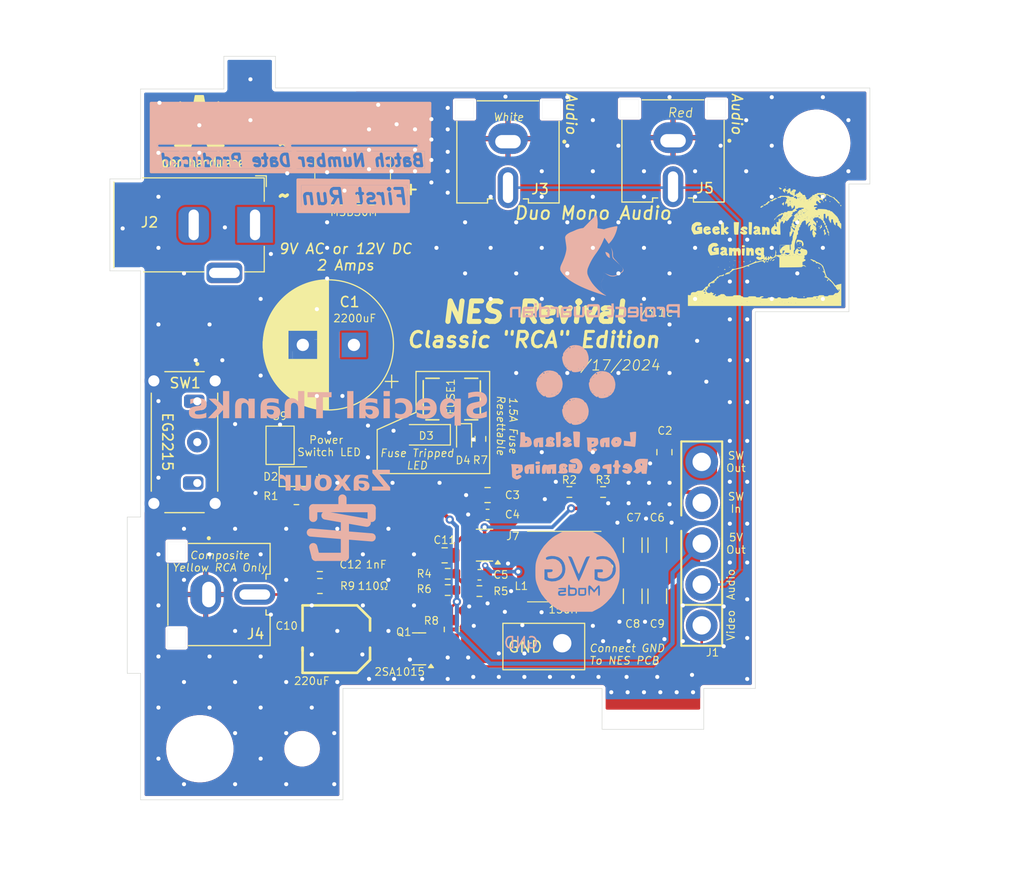
<source format=kicad_pcb>
(kicad_pcb (version 20240108) (generator "pcbnew") (generator_version "8.0")
  (layers (0 "F.Cu" signal) (1 "In1.Cu" signal) (2 "In2.Cu" signal) (31 "B.Cu" signal) (34 "B.Paste" user) (35 "F.Paste" user) (36 "B.SilkS" user "B.Silkscreen") (37 "F.SilkS" user "F.Silkscreen") (38 "B.Mask" user) (39 "F.Mask" user) (44 "Edge.Cuts" user))
  (net 0 "")
  (net 1 "5V Out")
  (net 2 "Net-(D2-Pad2)")
  (net 3 "GND")
  (net 4 "Video In")
  (net 5 "9VIn")
  (net 6 "9VOut")
  (net 7 "SW")
  (net 8 "EN")
  (net 9 "A")
  (net 10 "AC")
  (net 11 "AC2")
  (net 12 "BOOT")
  (net 13 "FB")
  (net 14 "MX")
  (net 15 "GNDD")
  (net 16 "9VOut2")
  (net 17 "V5")
  (net 18 "RCA_Video")
  (net 19 "Vid_In")
  (net 20 "ICC4")
  (footprint "Resistor_SMD:R_0603_1608Metric" (layer "F.Cu") (at 120.8 121.9 180)
    (property "Reference" "R4")
    (property "Value" "100K" (hide yes))
  )
  (footprint "Merlin:SolderJumper-2_P1.3mm_Open_TrianglePad1.0x1.5mm" (layer "F.Cu") (at 104.4 109.4 90)
    (property "Reference" "JP1" (hide yes))
    (property "Value" "Jump" (hide yes))
  )
  (footprint "Capacitor_SMD:C_0603_1608Metric" (layer "F.Cu") (at 124.7 116.1 180)
    (property "Reference" "C4")
    (property "Value" ".1uF")
  )
  (footprint "Merlin:NESHole2" (layer "F.Cu") (at 106.55 139.03)
    (property "Reference" "REF**" (hide yes))
    (property "Value" "NESHole2")
  )
  (footprint "Resistor_SMD:R_0603_1608Metric" (layer "F.Cu") (at 123.9 123.6)
    (property "Reference" "R5")
    (property "Value" "13.3K" (hide yes))
  )
  (footprint "Resistor_SMD:R_0805_2012Metric" (layer "F.Cu") (at 108.3 123.1)
    (property "Reference" "R9")
    (property "Value" "110R")
  )
  (footprint "LED_SMD:LED_0603_1608Metric" (layer "F.Cu") (at 122.4 108.7 -90)
    (property "Reference" "D4")
    (property "Value" "Power LED")
  )
  (footprint "Resistor_SMD:R_0805_2012Metric" (layer "F.Cu") (at 106 114.4)
    (property "Reference" "R1")
    (property "Value" "4,7K")
  )
  (footprint "Merlin:MSB30M" (layer "F.Cu") (at 107.8 82.45 -90)
    (property "Reference" "D1")
    (property "Value" "MSB30M")
  )
  (footprint "Merlin:GeekIsland2" (layer "F.Cu") (at 151.8 89.7)
    (property "Reference" "G***" (hide yes))
    (property "Value" "LOGO" (hide yes))
  )
  (footprint "Capacitor_SMD:C_0603_1608Metric" (layer "F.Cu") (at 123.9 122)
    (property "Reference" "C5")
    (property "Value" ".1uF")
  )
  (footprint "Merlin:NES_EJ503A" (layer "F.Cu") (at 101.95 87.75)
    (property "Reference" "J2")
    (property "Value" "EJ503A")
  )
  (footprint "Package_TO_SOT_SMD:SOT-23" (layer "F.Cu") (at 118 129.25 180)
    (property "Reference" "Q1")
    (property "Value" "2SA1015")
  )
  (footprint "Merlin:CUI_RCA" (layer "F.Cu") (at 97.426 123.934 180)
    (property "Reference" "J4")
    (property "Value" "White RCJ-" (hide yes))
    (fp_line (start 4 5.15) (end 4 3.35) (stroke (width 0.01)) (layer "Edge.Cuts"))
    (fp_line (start 4 3.35) (end 2.3 3.35) (stroke (width 0.01)) (layer "Edge.Cuts"))
    (fp_line (start 4 -3.35) (end 4 -5.15) (stroke (width 0.01)) (layer "Edge.Cuts"))
    (fp_line (start 4 -5.15) (end 2.3 -5.15) (stroke (width 0.01)) (layer "Edge.Cuts"))
    (fp_line (start 2.3 5.15) (end 4 5.15) (stroke (width 0.01)) (layer "Edge.Cuts"))
    (fp_line (start 2.3 3.35) (end 2.3 5.15) (stroke (width 0.01)) (layer "Edge.Cuts"))
    (fp_line (start 2.3 -3.35) (end 4 -3.35) (stroke (width 0.01)) (layer "Edge.Cuts"))
    (fp_line (start 2.3 -5.15) (end 2.3 -3.35) (stroke (width 0.01)) (layer "Edge.Cuts"))
  )
  (footprint "Merlin:SW_EG1224" (layer "F.Cu") (at 95.05 109.02 -90)
    (property "Reference" "SW1")
    (property "Value" "EG2215")
  )
  (footprint "Capacitor_SMD:C_0805_2012Metric" (layer "F.Cu") (at 124.7 114.2 180)
    (property "Reference" "C3")
    (property "Value" "10uF" (hide yes))
  )
  (footprint "Package_TO_SOT_SMD:SOT-23-6" (layer "F.Cu") (at 124.4 119.1 180)
    (property "Reference" "J7")
    (property "Value" "TPS54202")
  )
  (footprint "Merlin:CUI_RCA" (layer "F.Cu") (at 126.696 79.608 90)
    (property "Reference" "J3")
    (property "Value" "White RCJ-" (hide yes))
    (fp_line (start 4 -5.15) (end 2.3 -5.15) (stroke (width 0.01)) (layer "Edge.Cuts"))
    (fp_line (start 2.3 -5.15) (end 2.3 -3.35) (stroke (width 0.01)) (layer "Edge.Cuts"))
    (fp_line (start 4 -3.35) (end 4 -5.15) (stroke (width 0.01)) (layer "Edge.Cuts"))
    (fp_line (start 2.3 -3.35) (end 4 -3.35) (stroke (width 0.01)) (layer "Edge.Cuts"))
    (fp_line (start 4 3.35) (end 2.3 3.35) (stroke (width 0.01)) (layer "Edge.Cuts"))
    (fp_line (start 2.3 3.35) (end 2.3 5.15) (stroke (width 0.01)) (layer "Edge.Cuts"))
    (fp_line (start 4 5.15) (end 4 3.35) (stroke (width 0.01)) (layer "Edge.Cuts"))
    (fp_line (start 2.3 5.15) (end 4 5.15) (stroke (width 0.01)) (layer "Edge.Cuts"))
  )
  (footprint "Capacitor_SMD:C_1206_3216Metric" (layer "F.Cu") (at 141.3 119.1 90)
    (property "Reference" "C6")
    (property "Value" "10nF")
  )
  (footprint "Capacitor_SMD:C_1206_3216Metric" (layer "F.Cu") (at 138.9 124.1 -90)
    (property "Reference" "C8")
    (property "Value" "22uF")
  )
  (footprint "Resistor_SMD:R_0805_2012Metric" (layer "F.Cu") (at 121.2 127.35 -90)
    (property "Reference" "R8")
    (property "Value" "300")
  )
  (footprint "Merlin:CLF7045T" (layer "F.Cu") (at 132.2 124.65 180)
    (property "Reference" "L1")
    (property "Value" "15uF")
  )
  (footprint "Diode_SMD:D_SOD-123" (layer "F.Cu") (at 118.7 108.3 180)
    (property "Reference" "D3")
    (property "Value" "1N4148W")
  )
  (footprint "Merlin:NESHole" (layer "F.Cu") (at 96.55 139.03)
    (property "Reference" "REF**" (hide yes))
    (property "Value" "NESHole")
  )
  (footprint "Resistor_SMD:R_0603_1608Metric" (layer "F.Cu") (at 124 108.7 -90)
    (property "Reference" "R7")
    (property "Value" "4.7K")
  )
  (footprint "Resistor_SMD:R_0603_1608Metric" (layer "F.Cu") (at 136 113.9)
    (property "Reference" "R3")
    (property "Value" "511K" (hide yes))
  )
  (footprint "Capacitor_SMD:C_0805_2012Metric" (layer "F.Cu") (at 120.5 120.1 180)
    (property "Reference" "C11")
    (property "Value" "75pF" (hide yes))
  )
  (footprint "Resistor_SMD:R_0603_1608Metric" (layer "F.Cu") (at 120.8 123.5)
    (property "Reference" "R6")
    (property "Value" "49.9" (hide yes))
  )
  (footprint "Capacitor_SMD:C_0805_2012Metric" (layer "F.Cu") (at 142 110 -90)
    (property "Reference" "C2")
    (property "Value" "10nF" (hide yes))
  )
  (footprint "Merlin:F1812" (layer "F.Cu") (at 121.2 104.8)
    (property "Reference" "FUSE1")
    (property "Value" "F1812" (hide yes))
  )
  (footprint "Capacitor_SMD:C_1206_3216Metric" (layer "F.Cu") (at 138.9 119.1 90)
    (property "Reference" "C7")
    (property "Value" "22uF")
  )
  (footprint "Merlin:CUI_RCA" (layer "F.Cu") (at 142.842 79.514 90)
    (property "Reference" "J5")
    (property "Value" "Red RCJ-042" (hide yes))
    (fp_line (start 4 -5.15) (end 2.3 -5.15) (stroke (width 0.01)) (layer "Edge.Cuts"))
    (fp_line (start 2.3 -5.15) (end 2.3 -3.35) (stroke (width 0.01)) (layer "Edge.Cuts"))
    (fp_line (start 4 -3.35) (end 4 -5.15) (stroke (width 0.01)) (layer "Edge.Cuts"))
    (fp_line (start 2.3 -3.35) (end 4 -3.35) (stroke (width 0.01)) (layer "Edge.Cuts"))
    (fp_line (start 4 3.35) (end 2.3 3.35) (stroke (width 0.01)) (layer "Edge.Cuts"))
    (fp_line (start 2.3 3.35) (end 2.3 5.15) (stroke (width 0.01)) (layer "Edge.Cuts"))
    (fp_line (start 4 5.15) (end 4 3.35) (stroke (width 0.01)) (layer "Edge.Cuts"))
    (fp_line (start 2.3 5.15) (end 4 5.15) (stroke (width 0.01)) (layer "Edge.Cuts"))
  )
  (footprint "Resistor_SMD:R_0603_1608Metric" (layer "F.Cu") (at 132.7 113.9 180)
    (property "Reference" "R2")
    (property "Value" "105K" (hide yes))
  )
  (footprint "Merlin:NESHole" (layer "F.Cu") (at 156.9 79.75)
    (property "Reference" "")
    (property "Value" "NESHole")
  )
  (footprint "Merlin:NESCAP" (layer "F.Cu") (at 109.9 128.3 180)
    (property "Reference" "C10")
    (property "Value" "220uF")
  )
  (footprint "Capacitor_SMD:C_1206_3216Metric" (layer "F.Cu") (at 141.3 124.1 -90)
    (property "Reference" "C9")
    (property "Value" ".1uF")
  )
  (footprint "Merlin:GND" (layer "F.Cu") (at 132 128.7 90)
    (property "Reference" "GND")
    (property "Value" "Wire Pad" (hide yes))
  )
  (footprint "Capacitor_SMD:C_0805_2012Metric" (layer "F.Cu") (at 108.28 120.95 180)
    (property "Reference" "C12")
    (property "Value" "75pF" (hide yes))
  )
  (footprint "Merlin:RF BOARD CONNECTOR" (layer "F.Cu") (at 145.65 126.95 90)
    (property "Reference" "J1")
    (property "Value" "Board Connector" (hide yes))
  )
  (footprint "Capacitor_THT:CP_Radial_D12.5mm_P5.00mm" (layer "F.Cu") (at 111.623959 99.5 180)
    (property "Reference" "C1")
    (property "Value" "2200uF 25V")
  )
  (footprint "Symbol:OSHW-Logo2_9.8x8mm_SilkScreen" (layer "F.Cu") (at 96.5 78.75)
    (property "Reference" "REF**" (hide yes))
    (property "Value" "OSHW-Logo2_9.8x8mm_SilkScreen" (hide yes))
  )
  (footprint "LED_SMD:LED_0805_2012Metric" (layer "F.Cu") (at 106 112.4)
    (property "Reference" "D2")
    (property "Value" "Power LED")
  )
  (footprint "Merlin:GVG" (layer "B.Cu") (at 135.22 120.19 180)
    (property "Reference" "")
    (property "Value" "")
  )
  (footprint "Merlin:LongIslandRetroGaming4" (layer "B.Cu") (at 133.387607 105.882399 180)
    (property "Reference" "G***" (hide yes))
    (property "Value" "LOGO" (hide yes))
  )
  (footprint "Merlin:PG_20mmx13.1mm" (layer "B.Cu") (at 135.25 91.75 180)
    (property "Reference" "G***" (hide yes))
    (property "Value" "LOGO" (hide yes))
  )
  (gr_rect (start 103.025 107.45) (end 105.775 111.2) (stroke (width 0.12)) (fill none) (layer "F.SilkS"))
  (gr_line (start 117.7 102.1) (end 117.7 106.1) (stroke (width 0.12)) (layer "F.SilkS"))
  (gr_line (start 124.9 102.1) (end 117.7 102.1) (stroke (width 0.12)) (layer "F.SilkS"))
  (gr_line (start 108.2 112.1625) (end 108.2 112.6375) (stroke (width 0.12)) (layer "F.SilkS"))
  (gr_rect (start 126.2 126.75) (end 134.2 131.3) (stroke (width 0.12)) (fill none) (layer "F.SilkS"))
  (gr_line (start 107.9625 112.4) (end 108.4375 112.4) (stroke (width 0.12)) (layer "F.SilkS"))
  (gr_line (start 124.9 112.1) (end 124.9 102.1) (stroke (width 0.12)) (layer "F.SilkS"))
  (gr_line (start 113.9 107.8) (end 113.9 112.1) (stroke (width 0.12)) (layer "F.SilkS"))
  (gr_line (start 113.9 112.1) (end 124.9 112.1) (stroke (width 0.12)) (layer "F.SilkS"))
  (gr_line (start 117.7 106.1) (end 113.9 107.8) (stroke (width 0.12)) (layer "F.SilkS"))
  (gr_line (start 90.75 144.03) (end 90.75 131.65) (stroke (width 0.05)) (layer "Edge.Cuts"))
  (gr_line (start 160.05 96.25) (end 150.9 96.25) (stroke (width 0.05)) (layer "Edge.Cuts"))
  (gr_line (start 135.9 133.13) (end 110.55 133.13) (stroke (width 0.05)) (layer "Edge.Cuts"))
  (gr_line (start 150.9 133.13) (end 145.85 133.13) (stroke (width 0.05)) (layer "Edge.Cuts"))
  (gr_line (start 110.55 133.13) (end 110.55 144.03) (stroke (width 0.05)) (layer "Edge.Cuts"))
  (gr_line (start 89.45 131.65) (end 90.75 131.65) (stroke (width 0.05)) (layer "Edge.Cuts"))
  (gr_line (start 150.9 96.25) (end 150.9 133.13) (stroke (width 0.05)) (layer "Edge.Cuts"))
  (gr_line (start 98.9 71.25) (end 103.95 71.25) (stroke (width 0.05)) (layer "Edge.Cuts"))
  (gr_line (start 90.75 83.25) (end 90.75 74.45) (stroke (width 0.05)) (layer "Edge.Cuts"))
  (gr_line (start 162.1 74.35) (end 162.1 83.75) (stroke (width 0.05)) (layer "Edge.Cuts"))
  (gr_line (start 90.75 74.45) (end 98.9 74.45) (stroke (width 0.05)) (layer "Edge.Cuts"))
  (gr_line (start 103.95 74.35) (end 162.1 74.35) (stroke (width 0.05)) (layer "Edge.Cuts"))
  (gr_line (start 89.45 131.65) (end 89.45 116.35) (stroke (width 0.05)) (layer "Edge.Cuts"))
  (gr_line (start 162.1 83.75) (end 160.05 83.75) (stroke (width 0.05)) (layer "Edge.Cuts"))
  (gr_line (start 89.45 116.35) (end 90.75 116.35) (stroke (width 0.05)) (layer "Edge.Cuts"))
  (gr_line (start 160.05 83.75) (end 160.05 96.25) (stroke (width 0.05)) (layer "Edge.Cuts"))
  (gr_line (start 135.9 137.13) (end 135.9 133.13) (stroke (width 0.05)) (layer "Edge.Cuts"))
  (gr_line (start 90.75 92.25) (end 87.75 92.25) (stroke (width 0.05)) (layer "Edge.Cuts"))
  (gr_line (start 87.75 83.25) (end 90.75 83.25) (stroke (width 0.05)) (layer "Edge.Cuts"))
  (gr_line (start 87.75 92.25) (end 87.75 83.25) (stroke (width 0.05)) (layer "Edge.Cuts"))
  (gr_line (start 145.85 133.13) (end 145.85 137.13) (stroke (width 0.05)) (layer "Edge.Cuts"))
  (gr_line (start 90.75 116.35) (end 90.75 92.25) (stroke (width 0.05)) (layer "Edge.Cuts"))
  (gr_line (start 98.9 74.45) (end 98.9 71.25) (stroke (width 0.05)) (layer "Edge.Cuts"))
  (gr_line (start 110.55 144.03) (end 90.75 144.03) (stroke (width 0.05)) (layer "Edge.Cuts"))
  (gr_line (start 103.95 71.25) (end 103.95 74.35) (stroke (width 0.05)) (layer "Edge.Cuts"))
  (gr_line (start 145.85 137.13) (end 135.9 137.13) (stroke (width 0.05)) (layer "Edge.Cuts"))
  (gr_text "First Run" (at 111.7 85 0) (layer "B.SilkS" knockout) (effects (font (size 1.5 1.5) (thickness 0.3) (bold yes) (italic yes)) (justify mirror)))
  (gr_text "Batch Number" (at 112.4 81.45 0) (layer "B.SilkS" knockout) (effects (font (size 1.15 1.15) (thickness 0.2875) (bold yes) (italic yes)) (justify mirror)))
  (gr_text "________________" (at 111.65 79.45 0) (layer "B.SilkS" knockout) (effects (font (size 1 1) (thickness 0.2) (bold yes) (italic yes)) (justify mirror)))
  (gr_text "Date Produced" (at 99.15 81.45 0) (layer "B.SilkS" knockout) (effects (font (size 1.15 1.15) (thickness 0.2875) (bold yes) (italic yes)) (justify mirror)))
  (gr_text "宅" (at 114.6 120.9 0) (layer "B.SilkS") (effects (font (size 5 5) (thickness 0.8)) (justify left bottom mirror)))
  (gr_text "________________" (at 98.65 79.45 0) (layer "B.SilkS" knockout) (effects (font (size 1 1) (thickness 0.2) (bold yes) (italic yes)) (justify mirror)))
  (gr_text "Zaxour" (at 115.3 114.1 0) (layer "B.SilkS") (effects (font (size 2 2) (thickness 0.4) (bold yes)) (justify left bottom mirror)))
  (gr_text "Special Thanks" (at 124.9 107.1 0) (layer "B.SilkS") (effects (font (size 2.5 2.5) (thickness 0.4) (bold yes)) (justify left bottom mirror)))
  (gr_text "SW\nOut" (at 149 110.95 0) (layer "F.SilkS") (effects (font (size 0.75 0.75) (thickness 0.1))))
  (gr_text "Composite\nYellow RCA Only" (at 98.5 120.7 0) (layer "F.SilkS") (effects (font (size 0.75 0.75) (thickness 0.1) (bold yes) (italic yes))))
  (gr_text "~" (at 104.8 84.85 0) (layer "F.SilkS") (effects (font (size 1.5 1.5) (thickness 0.3))))
  (gr_text "Video" (at 148.5 126.95 90) (layer "F.SilkS") (effects (font (size 0.75 0.75) (thickness 0.1))))
  (gr_text "Classic {dblquote}RCA{dblquote} Edition" (at 129.2 99 0) (layer "F.SilkS") (effects (font (size 1.5 1.5) (thickness 0.3) (bold yes) (italic yes))))
  (gr_text "White" (at 126.75 77.2 0) (layer "F.SilkS") (effects (font (size 0.75 0.75) (thickness 0.1) (bold yes) (italic yes))))
  (gr_text "Power \nSwitch LED" (at 109.2 109.4 0) (layer "F.SilkS") (effects (font (size 0.75 0.75) (thickness 0.1))))
  (gr_text "-" (at 117.2 79.3 0) (layer "F.SilkS") (effects (font (size 1.25 1.25) (thickness 0.2))))
  (gr_text "SW\nIn" (at 149 114.95 0) (layer "F.SilkS") (effects (font (size 0.75 0.75) (thickness 0.1))))
  (gr_text "Red" (at 143.55 76.78 0) (layer "F.SilkS") (effects (font (size 0.9 0.9) (thickness 0.1) (bold yes) (italic yes))))
  (gr_text "EG2215" (at 92.7965 106.035714 -90) (layer "F.SilkS") (effects (font (size 1 1)) (justify left bottom)))
  (gr_text "9V AC or 12V DC\n2 Amps" (at 110.8 90.9 0) (layer "F.SilkS") (effects (font (size 1 1) (thickness 0.15) (italic yes))))
  (gr_text "Audio" (at 132.9 76.9 270) (layer "F.SilkS") (effects (font (size 1 1) (thickness 0.15) (bold yes) (italic yes))))
  (gr_text "1.5A Fuse\nResettable" (at 126.6 107.4 -90) (layer "F.SilkS") (effects (font (size 0.75 0.75) (thickness 0.1) (italic yes))))
  (gr_text "Fuse Tripped\nLED" (at 117.8 110.7 0) (layer "F.SilkS") (effects (font (size 0.75 0.75) (thickness 0.1) (italic yes))))
  (gr_text "2200uF" (at 111.7 96.9 0) (layer "F.SilkS") (effects (font (size 0.75 0.75) (thickness 0.1))))
  (gr_text "NES Revival" (at 129.3 96.3 0) (layer "F.SilkS") (effects (font (size 2 2) (thickness 0.5) (bold yes) (italic yes))))
  (gr_text "5V\nOut" (at 149 118.95 0) (layer "F.SilkS") (effects (font (size 0.75 0.75) (thickness 0.1))))
  (gr_text "15uH" (at 130.6 125.4 0) (layer "F.SilkS") (effects (font (size 0.75 0.75) (thickness 0.1)) (justify left)))
  (gr_text "+" (at 117.2 84.2 0) (layer "F.SilkS") (effects (font (size 1.25 1.25) (thickness 0.2))))
  (gr_text "v3.1c" (at 139.4 96.3 0) (layer "F.SilkS") (effects (font (size 0.85 0.85) (thickness 0.1) (italic yes)) (justify left)))
  (gr_text "4/17/2024" (at 137.2 101.5 0) (layer "F.SilkS") (effects (font (size 1 1) (thickness 0.1) (bold yes) (italic yes))))
  (gr_text "MSB30M" (at 111.6 86.5 0) (layer "F.SilkS") (effects (font (size 0.75 0.75) (thickness 0.1))))
  (gr_text "Connect GND \nTo NES PCB" (at 134.6 129.8 0) (layer "F.SilkS") (effects (font (size 0.75 0.75) (thickness 0.1) (italic yes)) (justify left)))
  (gr_text "S9" (at 103.6 106.9 0) (layer "F.SilkS") (effects (font (size 0.75 0.75) (thickness 0.1)) (justify left bottom)))
  (gr_text "110Ω" (at 113.5 123.1 0) (layer "F.SilkS") (effects (font (size 0.75 0.75) (thickness 0.1))))
  (gr_text "1nF" (at 113.8 121 0) (layer "F.SilkS") (effects (font (size 0.75 0.75) (thickness 0.1))))
  (gr_text "Audio" (at 148.5 122.95 90) (layer "F.SilkS") (effects (font (size 0.75 0.75) (thickness 0.1))))
  (gr_text "Audio" (at 149.1 76.9 270) (layer "F.SilkS") (effects (font (size 1 1) (thickness 0.15) (bold yes) (italic yes))))
  (gr_text "Duo Mono Audio" (at 135 86.6 0) (layer "F.SilkS") (effects (font (size 1.25 1.25) (thickness 0.2) (italic yes))))
  (gr_text "~" (at 104.8 79.8 0) (layer "F.SilkS") (effects (font (size 1.5 1.5) (thickness 0.3))))
  (segment (start 118.8 114.4) (end 121 116.6) (width 0.4) (layer "F.Cu") (net 1))
  (segment (start 121.2 126.4375) (end 121.2 125.1375) (width 0.25) (layer "F.Cu") (net 1))
  (segment (start 121.7 124.6375) (end 121.7 123.5625) (width 0.4) (layer "F.Cu") (net 1))
  (segment (start 115.2 114.4) (end 118.8 114.4) (width 0.4) (layer "F.Cu") (net 1))
  (segment (start 106.9125 114.4) (end 115.2 114.4) (width 0.4) (layer "F.Cu") (net 1))
  (segment (start 121.2 125.1375) (end 121.7 124.6375) (width 0.25) (layer "F.Cu") (net 1))
  (segment (start 121.7 126.1125) (end 121.4125 126.4) (width 0.4) (layer "F.Cu") (net 1))
  (via (at 121.7 124.6375) (size 0.8) (drill 0.4) (layers "F.Cu" "B.Cu") (net 1))
  (via (at 121 116.6) (size 0.8) (drill 0.4) (layers "F.Cu" "B.Cu") (net 1))
  (segment (start 121.7 117.3) (end 121 116.6) (width 0.4) (layer "B.Cu") (net 1))
  (segment (start 122.775 128.525) (end 121.7 127.45) (width 0.4) (layer "B.Cu") (net 1))
  (segment (start 142.8 128.7) (end 142.8 121.8) (width 0.4) (layer "B.Cu") (net 1))
  (segment (start 121.7 127.45) (end 121.7 124.6375) (width 0.4) (layer "B.Cu") (net 1))
  (segment (start 122.775 128.525) (end 124.95 130.7) (width 0.4) (layer "B.Cu") (net 1))
  (segment (start 121.7 124.6375) (end 121.7 117.3) (width 0.4) (layer "B.Cu") (net 1))
  (segment (start 124.95 130.7) (end 140.8 130.7) (width 0.4) (layer "B.Cu") (net 1))
  (segment (start 140.8 130.7) (end 142.8 128.7) (width 0.4) (layer "B.Cu") (net 1))
  (segment (start 142.8 121.8) (end 145.65 118.95) (width 0.4) (layer "B.Cu") (net 1))
  (segment (start 105.0875 114.4) (end 105.0875 114.25) (width 0.35) (layer "F.Cu") (net 2))
  (segment (start 105.0625 114.375) (end 105.0875 114.4) (width 0.35) (layer "F.Cu") (net 2))
  (segment (start 105.0875 114.25) (end 106.9375 112.4) (width 0.35) (layer "F.Cu") (net 2))
  (segment (start 131.85 113.9) (end 131.85 113.375) (width 0.35) (layer "F.Cu") (net 3))
  (segment (start 124.725 124.775) (end 124.7 124.8) (width 0.4) (layer "F.Cu") (net 3))
  (segment (start 124 109.5) (end 123.25 108.75) (width 0.25) (layer "F.Cu") (net 3))
  (segment (start 124 109.525) (end 124.075 109.525) (width 0.25) (layer "F.Cu") (net 3))
  (segment (start 140.6 111.1) (end 142.05 111.1) (width 0.75) (layer "F.Cu") (net 3))
  (segment (start 104.4 108.675) (end 104.4 107.3) (width 0.35) (layer "F.Cu") (net 3))
  (segment (start 104.4 108.75) (end 104.65 108.75) (width 0.35) (layer "F.Cu") (net 3))
  (segment (start 148.4 120.8) (end 148.275 120.925) (width 0.35) (layer "F.Cu") (net 3))
  (segment (start 147.725 125.025) (end 147.8 125.1) (width 0.35) (layer "F.Cu") (net 3))
  (segment (start 131.85 113.375) (end 131.375 112.9) (width 0.35) (layer "F.Cu") (net 3))
  (segment (start 124.725 123.6) (end 124.725 124.775) (width 0.4) (layer "F.Cu") (net 3))
  (segment (start 142.360695 79.514) (end 142.842 79.514) (width 0.25) (layer "F.Cu") (net 3))
  (segment (start 124 109.525) (end 124 109.5) (width 0.25) (layer "F.Cu") (net 3))
  (via (at 120.8 80.6) (size 0.8) (drill 0.4) (layers "F.Cu" "B.Cu") (net 3))
  (via (at 137.5 80) (size 0.8) (drill 0.4) (layers "F.Cu" "B.Cu") (net 3))
  (via (at 130 85) (size 0.8) (drill 0.4) (layers "F.Cu" "B.Cu") (net 3))
  (via (at 143.2 133.5) (size 0.8) (drill 0.4) (layers "F.Cu" "B.Cu") (net 3))
  (via (at 150 77.5) (size 0.8) (drill 0.4) (layers "F.Cu" "B.Cu") (net 3))
  (via (at 105 117.5) (size 0.8) (drill 0.4) (layers "F.Cu" "B.Cu") (net 3))
  (via (at 144.8 133.5) (size 0.8) (drill 0.4) (layers "F.Cu" "B.Cu") (net 3))
  (via (at 100 142.5) (size 0.8) (drill 0.4) (layers "F.Cu" "B.Cu") (net 3))
  (via (at 125 95) (size 0.8) (drill 0.4) (layers "F.Cu" "B.Cu") (net 3))
  (via (at 100 122.5) (size 0.8) (drill 0.4) (layers "F.Cu" "B.Cu") (net 3))
  (via (at 138.3 132) (size 0.8) (drill 0.4) (layers "F.Cu" "B.Cu") (net 3))
  (via (at 101.5 77.5) (size 0.8) (drill 0.4) (layers "F.Cu" "B.Cu") (net 3))
  (via (at 100 117.5) (size 0.8) (drill 0.4) (layers "F.Cu" "B.Cu") (net 3))
  (via (at 118.3 132.2) (size 0.8) (drill 0.4) (layers "F.Cu" "B.Cu") (net 3))
  (via (at 150 82.5) (size 0.8) (drill 0.4) (layers "F.Cu" "B.Cu") (net 3))
  (via (at 122.8 116.1) (size 0.8) (drill 0.4) (layers "F.Cu" "B.Cu") (net 3))
  (via (at 137.5 92.5) (size 0.8) (drill 0.4) (layers "F.Cu" "B.Cu") (net 3))
  (via (at 126.45 75.2) (size 0.8) (drill 0.4) (layers "F.Cu" "B.Cu") (net 3))
  (via (at 117.6 78.4) (size 0.8) (drill 0.4) (layers "F.Cu" "B.Cu") (net 3))
  (via (at 145 82.5) (size 0.8) (drill 0.4) (layers "F.Cu" "B.Cu") (net 3))
  (via (at 132.5 75.25) (size 0.8) (drill 0.4) (layers "F.Cu" "B.Cu") (net 3))
  (via (at 92.5 140) (size 0.8) (drill 0.4) (layers "F.Cu" "B.Cu") (net 3))
  (via (at 148.4 97) (size 0.8) (drill 0.4) (layers "F.Cu" "B.Cu") (net 3))
  (via (at 130 82.5) (size 0.8) (drill 0.4) (layers "F.Cu" "B.Cu") (net 3))
  (via (at 145 85) (size 0.8) (drill 0.4) (layers "F.Cu" "B.Cu") (net 3))
  (via (at 130 90) (size 0.8) (drill 0.4) (layers "F.Cu" "B.Cu") (net 3))
  (via (at 105 132.5) (size 0.8) (drill 0.4) (layers "F.Cu" "B.Cu") (net 3))
  (via (at 100 137.5) (size 0.8) (drill 0.4) (layers "F.Cu" "B.Cu") (net 3))
  (via (at 122.5 92.5) (size 0.8) (drill 0.4) (layers "F.Cu" "B.Cu") (net 3))
  (via (at 140.5 115) (size 0.8) (drill 0.4) (layers "F.Cu" "B.Cu") (net 3))
  (via (at 113.1 80.4) (size 0.8) (drill 0.4) (layers "F.Cu" "B.Cu") (net 3))
  (via (at 107.5 125) (size 0.8) (drill 0.4) (layers "F.Cu" "B.Cu") (net 3))
  (via (at 148.4 120.8) (size 0.8) (drill 0.4) (layers "F.Cu" "B.Cu") (net 3))
  (via (at 107.5 129.8) (size 0.8) (drill 0.4) (layers "F.Cu" "B.Cu") (net 3))
  (via (at 105.1 82.7) (size 0.8) (drill 0.4) (layers "F.Cu" "B.Cu") (net 3))
  (via (at 120.8 130.1) (size 0.8) (drill 0.4) (layers "F.Cu" "B.Cu") (net 3))
  (via (at 109 93) (size 0.8) (drill 0.4) (layers "F.Cu" "B.Cu") (net 3))
  (via (at 136 128.5) (size 0.8) (drill 0.4) (layers "F.Cu" "B.Cu") (net 3))
  (via (at 117.6 80.4) (size 0.8) (drill 0.4) (layers "F.Cu" "B.Cu") (net 3))
  (via (at 160 82.5) (size 0.8) (drill 0.4) (layers "F.Cu" "B.Cu") (net 3))
  (via (at 115 127.5) (size 0.8) (drill 0.4) (layers "F.Cu" "B.Cu") (net 3))
  (via (at 142.5 113) (size 0.8) (drill 0.4) (layers "F.Cu" "B.Cu") (net 3))
  (via (at 147.8 129) (size 0.8) (drill 0.4) (layers "F.Cu" "B.Cu") (net 3))
  (via (at 117.5 120) (size 0.8) (drill 0.4) (layers "F.Cu" "B.Cu") (net 3))
  (via (at 150.1 112.9) (size 0.8) (drill 0.4) (layers "F.Cu" "B.Cu") (net 3))
  (via (at 142.5 97.5) (size 0.8) (drill 0.4) (layers "F.Cu" "B.Cu") (net 3))
  (via (at 117.5 125) (size 0.8) (drill 0.4) (layers "F.Cu" "B.Cu") (net 3))
  (via (at 105 122.5) (size 0.8) (drill 0.4) (layers "F.Cu" "B.Cu") (net 3))
  (via (at 102 114) (size 0.8) (drill 0.4) (layers "F.Cu" "B.Cu") (net 3))
  (via (at 131.375 112.9) (size 0.8) (drill 0.4) (layers "F.Cu" "B.Cu") (net 3))
  (via (at 109.7 137.5) (size 0.8) (drill 0.4) (layers "F.Cu" "B.Cu") (net 3))
  (via (at 150.1 97) (size 0.8) (drill 0.4) (layers "F.Cu" "B.Cu") (net 3))
  (via (at 152.5 85) (size 0.8) (drill 0.4) (layers "F.Cu" "B.Cu") (net 3))
  (via (at 150.1 132.2) (size 0.8) (drill 0.4) (layers "F.Cu" "B.Cu") (net 3))
  (via (at 102.5 130) (size 0.8) (drill 0.4) (layers "F.Cu" "B.Cu") (net 3))
  (via (at 103.5 125.9) (size 0.8) (drill 0.4) (layers "F.Cu" "B.Cu") (net 3))
  (via (at 157.5 90) (size 0.8) (drill 0.4) (layers "F.Cu" "B.Cu") (net 3))
  (via (at 150.1 108.9) (size 0.8) (drill 0.4) (layers "F.Cu" "B.Cu") (net 3))
  (via (at 157.5 95) (size 0.8) (drill 0.4) (layers "F.Cu" "B.Cu") (net 3))
  (via (at 135 95) (size 0.8) (drill 0.4) (layers "F.Cu" "B.Cu") (net 3))
  (via (at 122.8 130.1) (size 0.8) (drill 0.4) (layers "F.Cu" "B.Cu") (net 3))
  (via (at 123.35 127) (size 0.8) (drill 0.4) (layers "F.Cu" "B.Cu") (net 3))
  (via (at 145.2 99.1) (size 0.8) (drill 0.4) (layers "F.Cu" "B.Cu") (net 3))
  (via (at 135 127) (size 0.8) (drill 0.4) (layers "F.Cu" "B.Cu") (net 3))
  (via (at 119.7 90) (size 0.8) (drill 0.4) (layers "F.Cu" "B.Cu") (net 3))
  (via (at 140 82.5) (size 0.8) (drill 0.4) (layers "F.Cu" "B.Cu") (net 3))
  (via (at 128.1 126.93) (size 0.8) (drill 0.4) (layers "F.Cu" "B.Cu") (net 3))
  (via (at 147.5 87.5) (size 0.8) (drill 0.4) (layers "F.Cu" "B.Cu") (net 3))
  (via (at 92.5 112.5) (size 0.8) (drill 0.4) (layers "F.Cu" "B.Cu") (net 3))
  (via (at 113 110.5) (size 0.8) (drill 0.4) (layers "F.Cu" "B.Cu") (net 3))
  (via (at 135 110) (size 0.8) (drill 0.4) (layers "F.Cu" "B.Cu") (net 3))
  (via (at 95 142.5) (size 0.8) (drill 0.4) (layers "F.Cu" "B.Cu") (net 3))
  (via (at 125.8 129.7) (size 0.8) (drill 0.4) (layers "F.Cu" "B.Cu") (net 3))
  (via (at 124.7 124.8) (size 0.8) (drill 0.4) (layers "F.Cu" "B.Cu") (net 3))
  (via (at 148.4 117) (size 0.8) (drill 0.4) (layers "F.Cu" "B.Cu") (net 3))
  (via (at 117.6 82.5) (size 0.8) (drill 0.4) (layers "F.Cu" "B.Cu") (net 3))
  (via (at 128.3 132) (size 0.8) (drill 0.4) (layers "F.Cu" "B.Cu") (net 3))
  (via (at 141.3 132) (size 0.8) (drill 0.4) (layers "F.Cu" "B.Cu") (net 3))
  (via (at 132.5 102.25) (size 0.8) (drill 0.4) (layers "F.Cu" "B.Cu") (net 3))
  (via (at 152.5 90) (size 0.8) (drill 0.4) (layers "F.Cu" "B.Cu") (net 3))
  (via (at 102.5 95) (size 0.8) (drill 0.4) (layers "F.Cu" "B.Cu") (net 3))
  (via (at 152.5 95) (size 0.8) (drill 0.4) (layers "F.Cu" "B.Cu") (net 3))
  (via (at 160 77.5) (size 0.8) (drill 0.4) (layers "F.Cu" "B.Cu") (net 3))
  (via (at 107.5 135) (size 0.8) (drill 0.4) (layers "F.Cu" "B.Cu") (net 3))
  (via (at 92.5 85) (size 0.8) (drill 0.4) (layers "F.Cu" "B.Cu") (net 3))
  (via (at 115 122.5) (size 0.8) (drill 0.4) (layers "F.Cu" "B.Cu") (net 3))
  (via (at 150.1 105.1) (size 0.8) (drill 0.4) (layers "F.Cu" "B.Cu") (net 3))
  (via (at 127 123.6) (size 0.8) (drill 0.4) (layers "F.Cu" "B.Cu") (net 3))
  (via (at 145 90) (size 0.8) (drill 0.4) (layers "F.Cu" "B.Cu") (net 3))
  (via (at 110 117.5) (size 0.8) (drill 0.4) (layers "F.Cu" "B.Cu") (net 3))
  (via (at 140.5 113) (size 0.8) (drill 0.4) (layers "F.Cu" "B.Cu") (net 3))
  (via (at 110 132.5) (size 0.8) (drill 0.4) (layers "F.Cu" "B.Cu") (net 3))
  (via (at 132.5 92.5) (size 0.8) (drill 0.4) (layers "F.Cu" "B.Cu") (net 3))
  (via (at 97.5 130) (size 0.8) (drill 0.4) (layers "F.Cu" "B.Cu") (net 3))
  (via (at 110.5 104.5) (size 0.8) (drill 0.4) (layers "F.Cu" "B.Cu") (net 3))
  (via (at 115.8 77.9) (size 0.8) (drill 0.4) (layers "F.Cu" "B.Cu") (net 3))
  (via (at 135.55 132) (size 0.8) (drill 0.4) (layers "F.Cu" "B.Cu") (net 3))
  (via (at 92.5 80.7) (size 0.8) (drill 0.4) (layers "F.Cu" "B.Cu") (net 3))
  (via (at 135 90) (size 0.8) (drill 0.4) (layers "F.Cu" "B.Cu") (net 3))
  (via (at 117.1 130.3) (size 0.8) (drill 0.4) (layers "F.Cu" "B.Cu") (net 3))
  (via (at 125.8 132) (size 0.8) (drill 0.4) (layers "F.Cu" "B.Cu") (net 3))
  (via (at 135 82.5) (size 0.8) (drill 0.4) (layers "F.Cu" "B.Cu") (net 3))
  (via (at 126.7 120.9) (size 0.8) (drill 0.4) (layers "F.Cu" "B.Cu") (net 3))
  (via (at 123.3 108.76) (size 0.8) (drill 0.4) (layers "F.Cu" "B.Cu") (net 3))
  (via (at 95 92.5) (size 0.8) (drill 0.4) (layers "F.Cu" "B.Cu") (net 3))
  (via (at 148.4 112.9) (size 0.8) (drill 0.4) (layers "F.Cu" "B.Cu") (net 3))
  (via (at 148.4 101) (size 0.8) (drill 0.4) (layers "F.Cu" "B.Cu") (net 3))
  (via (at 92.5 135) (size 0.8) (drill 0.4) (layers "F.Cu" "B.Cu") (net 3))
  (via (at 120.8 132.2) (size 0.8) (drill 0.4) (layers "F.Cu" "B.Cu") (net 3))
  (via (at 89 88.1) (size 0.8) (drill 0.4) (layers "F.Cu" "B.Cu") (net 3))
  (via (at 132.5 87.5) (size 0.8) (drill 0.4) (layers "F.Cu" "B.Cu") (net 3))
  (via (at 119.2 83.6) (size 0.8) (drill 0.4) (layers "F.Cu" "B.Cu") (net 3))
  (via (at 140 85) (size 0.8) (drill 0.4) (layers "F.Cu" "B.Cu") (net 3))
  (via (at 97.5 97.5) (size 0.8) (drill 0.4) (layers "F.Cu" "B.Cu") (net 3))
  (via (at 108 96) (size 0.8) (drill 0.4) (layers "F.Cu" "B.Cu") (net 3))
  (via (at 113.1 132.2) (size 0.8) (drill 0.4) (layers "F.Cu" "B.Cu") (net 3))
  (via (at 92.5 97.5) (size 0.8) (drill 0.4) (layers "F.Cu" "B.Cu") (net 3))
  (via (at 140 133.5) (size 0.8) (drill 0.4) (layers "F.Cu" "B.Cu") (net 3))
  (via (at 108 104.5) (size 0.8) (drill 0.4) (layers "F.Cu" "B.Cu") (net 3))
  (via (at 110.7 80.4) (size 0.8) (drill 0.4) (layers "F.Cu" "B.Cu") (net 3))
  (via (at 147.8 125.1) (size 0.8) (drill 0.4) (layers "F.Cu" "B.Cu") (net 3))
  (via (at 120.8 84.6) (size 0.8) (drill 0.4) (layers "F.Cu" "B.Cu") (net 3))
  (via (at 96.15 101) (size 0.8) (drill 0.4) (layers "F.Cu" "B.Cu") (net 3))
  (via (at 130.3 114.6) (size 0.8) (drill 0.4) (layers "F.Cu" "B.Cu") (net 3))
  (via (at 155 92.5) (size 0.8) (drill 0.4) (layers "F.Cu" "B.Cu") (net 3))
  (via (at 92.5 90) (size 0.8) (drill 0.4) (layers "F.Cu" "B.Cu") (net 3))
  (via (at 109.2 108.1) (size 0.8) (drill 0.4) (layers "F.Cu" "B.Cu") (net 3))
  (via (at 141.6 133.5) (size 0.8) (drill 0.4) (layers "F.Cu" "B.Cu") (net 3))
  (via (at 138.4 133.5) (size 0.8) (drill 0.4) (layers "F.Cu" "B.Cu") (net 3))
  (via (at 110 113) (size 0.8) (drill 0.4) (layers "F.Cu" "B.Cu") (net 3))
  (via (at 113.1 78.4) (size 0.8) (drill 0.4) (layers "F.Cu" "B.Cu") (net 3))
  (via (at 122.5 87.5) (size 0.8) (drill 0.4) (layers "F.Cu" "B.Cu") (net 3))
  (via (at 150.1 101) (size 0.8) (drill 0.4) (layers "F.Cu" "B.Cu") (net 3))
  (via (at 92.6 75.8) (size 0.8) (drill 0.4) (layers "F.Cu" "B.Cu") (net 3))
  (via (at 115.55 132.2) (size 0.8) (drill 0.4) (layers "F.Cu" "B.Cu") (net 3))
  (via (at 137.5 87.5) (size 0.8) (drill 0.4) (layers "F.Cu" "B.Cu") (net 3))
  (via (at 129.98 125.67) (size 0.8) (drill 0.4) (layers "F.Cu" "B.Cu") (net 3))
  (via (at 140.1 126.6) (size 0.8) (drill 0.4) (layers "F.Cu" "B.Cu") (net 3))
  (via (at 130 95) (size 0.8) (drill 0.4) (layers "F.Cu" "B.Cu") (net 3))
  (via (at 113 107.4) (size 0.8) (drill 0.4) (layers "F.Cu" "B.Cu") (net 3))
  (via (at 148.4 108.9) (size 0.8) (drill 0.4) (layers "F.Cu" "B.Cu") (net 3))
  (via (at 132.5 80) (size 0.8) (drill 0.4) (layers "F.Cu" "B.Cu") (net 3))
  (via (at 120.8 82.5) (size 0.8) (drill 0.4) (layers "F.Cu" "B.Cu") (net 3))
  (via (at 100 107.25) (size 0.8) (drill 0.4) (layers "F.Cu" "B.Cu") (net 3))
  (via (at 96.5 80.7) (size 0.8) (drill 0.4) (layers "F.Cu" "B.Cu") (net 3))
  (via (at 122.9 125.1) (size 0.8) (drill 0.4) (layers "F.Cu" "B.Cu") (net 3))
  (via (at 97.5 135) (size 0.8) (drill 0.4) (layers "F.Cu" "B.Cu") (net 3))
  (via (at 150.1 124.4) (size 0.8) (drill 0.4) (layers "F.Cu" "B.Cu") (net 3))
  (via (at 119.2 81.4) (size 0.8) (drill 0.4) (layers "F.Cu" "B.Cu") (net 3))
  (via (at 137.6 126.6) (size 0.8) (drill 0.4) (layers "F.Cu" "B.Cu") (net 3))
  (via (at 125 90) (size 0.8) (drill 0.4) (layers "F.Cu" "B.Cu") (net 3))
  (via (at 125 85) (size 0.8) (drill 0.4) (layers "F.Cu" "B.Cu") (net 3))
  (via (at 150.1 117) (size 0.8) (drill 0.4) (layers "F.Cu" "B.Cu") (net 3))
  (via (at 136.5 115) (size 0.8) (drill 0.4) (layers "F.Cu" "B.Cu") (net 3))
  (via (at 137.5 102.25) (size 0.8) (drill 0.4) (layers "F.Cu" "B.Cu") (net 3))
  (via (at 138.5 128.5) (size 0.8) (drill 0.4) (layers "F.Cu" "B.Cu") (net 3))
  (via (at 119.2 77.4) (size 0.8) (drill 0.4) (layers "F.Cu" "B.Cu") (net 3))
  (via (at 101.5 73.5) (size 0.8) (drill 0.4) (layers "F.Cu" "B.Cu") (net 3))
  (via (at 150.1 89.2) (size 0.8) (drill 0.4) (layers "F.Cu" "B.Cu") (net 3))
  (via (at 104.4 107.3) (size 0.8) (drill 0.4) (layers "F.Cu" "B.Cu") (net 3))
  (via (at 123.3 132) (size 0.8) (drill 0.4) (layers "F.Cu" "B.Cu") (net 3))
  (via (at 115 117.5) (size 0.8) (drill 0.4) (layers "F.Cu" "B.Cu") (net 3))
  (via (at 143.8 128.5) (size 0.8) (drill 0.4) (layers "F.Cu" "B.Cu") (net 3))
  (via (at 142.5 115.1) (size 0.8) (drill 0.4) (layers "F.Cu" "B.Cu") (net 3))
  (via (at 92.5 105) (size 0.8) (drill 0.4) (layers "F.Cu" "B.Cu") (net 3))
  (via (at 105 142.5) (size 0.8) (drill 0.4) (layers "F.Cu" "B.Cu") (net 3))
  (via (at 150.1 120.8) (size 0.8) (drill 0.4) (layers "F.Cu" "B.Cu") (net 3))
  (via (at 98.75 101) (size 0.8) (drill 0.4) (layers "F.Cu" "B.Cu") (net 3))
  (via (at 100 132.5) (size 0.8) (drill 0.4) (layers "F.Cu" "B.Cu") (net 3))
  (via (at 130.8 132) (size 0.8) (drill 0.4) (layers "F.Cu" "B.Cu") (net 3))
  (via (at 120.8 78.4) (size 0.8) (drill 0.4) (layers "F.Cu" "B.Cu") (net 3))
  (via (at 113.1 82.3) (size 0.8) (drill 0.4) (layers "F.Cu" "B.Cu") (net 3))
  (via (at 109 90) (size 0.8) (drill 0.4) (layers "F.Cu" "B.Cu") (net 3))
  (via (at 138.5 115) (size 0.8) (drill 0.4) (layers "F.Cu" "B.Cu") (net 3))
  (via (at 92.5 125) (size 0.8) (drill 0.4) (layers "F.Cu" "B.Cu") (net 3))
  (via (at 142.5 75.25) (size 0.8) (drill 0.4) (layers "F.Cu" "B.Cu") (net 3))
  (via (at 95 122.5) (size 0.8) (drill 0.4) (layers "F.Cu" "B.Cu") (net 3))
  (via (at 92.5 130) (size 0.8) (drill 0.4) (layers "F.Cu" "B.Cu") (net 3))
  (via (at 157.5 75.25) (size 0.8) (drill 0.4) (layers "F.Cu" "B.Cu") (net 3))
  (via (at 148.4 93.3) (size 0.8) (drill 0.4) (layers "F.Cu" "B.Cu") (net 3))
  (via (at 102.5 135) (size 0.8) (drill 0.4) (layers "F.Cu" "B.Cu") (net 3))
  (via (at 92.5 120) (size 0.8) (drill 0.4) (layers "F.Cu" "B.Cu") (net 3))
  (via (at 150.1 128.19) (size 0.8) (drill 0.4) (layers "F.Cu" "B.Cu") (net 3))
  (via (at 138.5 113) (size 0.8) (drill 0.4) (layers "F.Cu" "B.Cu") (net 3))
  (via (at 127.5 87.5) (size 0.8) (drill 0.4) (layers "F.Cu" "B.Cu") (net 3))
  (via (at 157.5 85) (size 0.8) (drill 0.4) (layers "F.Cu" "B.Cu") (net 3))
  (via (at 150.1 93.3) (size 0.8) (drill 0.4) (layers "F.Cu" "B.Cu") (net 3))
  (via (at 96.5 78) (size 0.8) (drill 0.4) (layers "F.Cu" "B.Cu") (net 3))
  (via (at 133.05 132) (size 0.8) (drill 0.4) (layers "F.Cu" "B.Cu") (net 3))
  (via (at 102.5 140) (size 0.8) (drill 0.4) (layers "F.Cu" "B.Cu") (net 3))
  (via (at 135 85) (size 0.8) (drill 0.4) (layers "F.Cu" "B.Cu") (net 3))
  (via (at 127.5 92.5) (size 0.8) (drill 0.4) (layers "F.Cu" "B.Cu") (net 3))
  (via (at 114 76) (size 0.8) (drill 0.4) (layers "F.Cu" "B.Cu") (net 3))
  (via (at 147.5 80) (size 0.8) (drill 0.4) (layers "F.Cu" "B.Cu") (net 3))
  (via (at 126.39 125.63) (size 0.8) (drill 0.4) (layers "F.Cu" "B.Cu") (net 3))
  (via (at 130 110) (size 0.8) (drill 0.4) (layers "F.Cu" "B.Cu") (net 3))
  (via (at 146.1 103.1) (size 0.8) (drill 0.4) (layers "F.Cu" "B.Cu") (net 3))
  (via (at 140.6 111.1) (size 0.8) (drill 0.4) (layers "F.Cu" "B.Cu") (net 3))
  (via (at 112.5 125) (size 0.8) (drill 0.4) (layers "F.Cu" "B.Cu") (net 3))
  (via (at 145 95) (size 0.8) (drill 0.4) (layers "F.Cu" "B.Cu") (net 3))
  (via (at 115.4 113) (size 0.8) (drill 0.4) (layers "F.Cu" "B.Cu") (net 3))
  (via (at 128.3 129.7) (size 0.8) (drill 0.4) (layers "F.Cu" "B.Cu") (net 3))
  (via (at 148.4 105.1) (size 0.8) (drill 0.4) (layers "F.Cu" "B.Cu") (net 3))
  (via (at 105 137.5) (size 0.8) (drill 0.4) (layers "F.Cu" "B.Cu") (net 3))
  (via (at 140 95) (size 0.8) (drill 0.4) (layers "F.Cu" "B.Cu") (net 3))
  (via (at 115.3 82.5) (size 0.8) (drill 0.4) (layers "F.Cu" "B.Cu") (net 3))
  (via (at 135 77.5) (size 0.8) (drill 0.4) (layers "F.Cu" "B.Cu") (net 3))
  (via (at 142.5 92.5) (size 0.8) (drill 0.4) (layers "F.Cu" "B.Cu") (net 3))
  (via (at 122.6 114.2) (size 0.8) (drill 0.4) (layers "F.Cu" "B.Cu") (net 3))
  (via (at 119.2 79.4) (size 0.8) (drill 0.4) (layers "F.Cu" "B.Cu") (net 3))
  (via (at 100 127.5) (size 0.8) (drill 0.4) (layers "F.Cu" "B.Cu") (net 3))
  (via (at 142.5 102.25) (size 0.8) (drill 0.4) (layers "F.Cu" "B.Cu") (net 3))
  (via (at 136.8 133.5) (size 0.8) (drill 0.4) (layers "F.Cu" "B.Cu") (net 3))
  (via (at 120.8 76.3) (size 0.8) (drill 0.4) (layers "F.Cu" "B.Cu") (net 3))
  (via (at 140.2 116.5) (size 0.8) (drill 0.4) (layers "F.Cu" "B.Cu") (net 3))
  (via (at 103.5 90.6) (size 0.8) (drill 0.4) (layers "F.Cu" "B.Cu") (net 3))
  (via (at 155 87.5) (size 0.8) (drill 0.4) (layers "F.Cu" "B.Cu") (net 3))
  (via (at 102.5 102.5) (size 0.8) (drill 0.4) (layers "F.Cu" "B.Cu") (net 3))
  (via (at 97.5 120) (size 0.8) (drill 0.4) (layers "F.Cu" "B.Cu") (net 3))
  (via (at 99 88) (size 0.8) (drill 0.4) (layers "F.Cu" "B.Cu") (net 3))
  (via (at 144.7 131.8) (size 0.8) (drill 0.4) (layers "F.Cu" "B.Cu") (net 3))
  (via (at 112.5 120) (size 0.8) (drill 0.4) (layers "F.Cu" "B.Cu") (net 3))
  (via (at 152.5 80) (size 0.8) (drill 0.4) (layers "F.Cu" "B.Cu") (net 3))
  (via (at 95 117.5) (size 0.8) (drill 0.4) (layers "F.Cu" "B.Cu") (net 3))
  (via (at 127.5 102.25) (size 0.8) (drill 0.4) (layers "F.Cu" "B.Cu") (net 3))
  (via (at 140 90) (size 0.8) (drill 0.4) (layers "F.Cu" "B.Cu") (net 3))
  (via (at 109.7 142.5) (size 0.8) (drill 0.4) (layers "F.Cu" "B.Cu") (net 3))
  (via (at 120 113) (size 0.8) (drill 0.4) (layers "F.Cu" "B.Cu") (net 3))
  (via (at 142.5 87.5) (size 0.8) (drill 0.4) (layers "F.Cu" "B.Cu") (net 3))
  (via (at 148.4 89.2) (size 0.8) (drill 0.4) (layers "F.Cu" "B.Cu") (net 3))
  (via (at 110.7 84.4) (size 0.8) (drill 0.4) (layers "F.Cu" "B.Cu") (net 3))
  (via (at 143.8 125) (size 0.8) (drill 0.4) (layers "F.Cu" "B.Cu") (net 3))
  (via (at 115.5 107.9) (size 0.8) (drill 0.4) (layers "F.Cu" "B.Cu") (net 3))
  (via (at 142.7 116.9) (size 0.8) (drill 0.4) (layers "F.Cu" "B.Cu") (net 3))
  (via (at 112.45 129.8) (size 0.8) (drill 0.4) (layers "F.Cu" "B.Cu") (net 3))
  (via (at 142 128.3) (size 0.8) (drill 0.4) (layers "F.Cu" "B.Cu") (net 3))
  (via (at 102.5 120) (size 0.8) (drill 0.4) (layers "F.Cu" "B.Cu") (net 3))
  (via (at 137.4 116.9) (size 0.8) (drill 0.4) (layers "F.Cu" "B.Cu") (net 3))
  (via (at 109 87.5) (size 0.8) (drill 0.4) (layers "F.Cu" "B.Cu") (net 3))
  (via (at 152.5 75.25) (size 0.8) (drill 0.4) (layers "F.Cu" "B.Cu") (net 3))
  (via (at 109 82.6) (size 0.8) (drill 0.4) (layers "F.Cu" "B.Cu") (net 3))
  (via (at 95 132.5) (size 0.8) (drill 0.4) (layers "F.Cu" "B.Cu") (net 3))
  (via (at 110 127.5) (size 0.8) (drill 0.4) (layers "F.Cu" "B.Cu") (net 3))
  (segment (start 146.606928 112.893072) (end 147.075 112.425) (width 0.35) (layer "B.Cu") (net 3))
  (segment (start 148.275 120.925) (end 144.881928 120.925) (width 0.35) (layer "B.Cu") (net 3))
  (segment (start 143.1 116) (end 144.024997 116.924997) (width 0.35) (layer "B.Cu") (net 3))
  (segment (start 146.5 112.893072) (end 146.606928 112.893072) (width 0.35) (layer "B.Cu") (net 3))
  (segment (start 144.024997 116.924997) (end 146.824997 116.924997) (width 0.35) (layer "B.Cu") (net 3))
  (segment (start 144.881928 120.925) (end 143.953464 121.853464) (width 0.35) (layer "B.Cu") (net 3))
  (segment (start 143.675 122.131928) (end 143.675 123.768072) (width 0.35) (layer "B.Cu") (net 3))
  (segment (start 147.075 112.425) (end 147.075 113.275) (width 0.35) (layer "B.Cu") (net 3))
  (segment (start 146.774997 112.974997) (end 142.525003 112.974997) (width 0.35) (layer "B.Cu") (net 3))
  (segment (start 143.675 123.768072) (end 144.906928 125) (width 0.35) (layer "B.Cu") (net 3))
  (segment (start 143.953464 121.853464) (end 143.675 122.131928) (width 0.35) (layer "B.Cu") (net 3))
  (segment (start 144.906928 125) (end 146.2 125) (width 0.35) (layer "B.Cu") (net 3))
  (segment (start 142.525003 112.974997) (end 142.5 113) (width 0.35) (layer "B.Cu") (net 3))
  (segment (start 148.4 120.8) (end 148.275 120.925) (width 0.35) (layer "B.Cu") (net 3))
  (segment (start 146.824997 116.924997) (end 147.075 116.674994) (width 0.35) (layer "B.Cu") (net 3))
  (segment (start 147.075 113.275) (end 146.774997 112.974997) (width 0.35) (layer "B.Cu") (net 3))
  (segment (start 145.65 129.15) (end 143.825 130.975) (width 0.25) (layer "F.Cu") (net 4))
  (segment (start 121.6 130.975) (end 119.775 130.975) (width 0.25) (layer "F.Cu") (net 4))
  (segment (start 143.825 130.975) (end 121.6 130.975) (width 0.25) (layer "F.Cu") (net 4))
  (segment (start 145.65 126.95) (end 145.65 129.15) (width 0.25) (layer "F.Cu") (net 4))
  (segment (start 119.775 130.975) (end 119 130.2) (width 0.25) (layer "F.Cu") (net 4))
  (segment (start 144.600003 113.9) (end 145.65 114.949997) (width 0.35) (layer "F.Cu") (net 5))
  (segment (start 136.75 113.9) (end 144.600003 113.9) (width 0.35) (layer "F.Cu") (net 5))
  (segment (start 136.75 113.9) (end 137.025 113.625) (width 0.35) (layer "F.Cu") (net 5))
  (segment (start 119.347 107.353) (end 119.347 104.8) (width 0.25) (layer "F.Cu") (net 6))
  (segment (start 117.05 108.3) (end 118.4 108.3) (width 0.25) (layer "F.Cu") (net 6))
  (segment (start 118.4 108.3) (end 119.347 107.353) (width 0.25) (layer "F.Cu") (net 6))
  (segment (start 124.469163 121.1) (end 124.469163 121.8) (width 0.4) (layer "F.Cu") (net 7))
  (segment (start 128.05 121.7) (end 128.55 121.2) (width 0.35) (layer "F.Cu") (net 7))
  (segment (start 124.469163 121.8) (end 124.669163 122) (width 0.4) (layer "F.Cu") (net 7))
  (segment (start 124.469163 121.64) (end 124.669163 121.84) (width 0.4) (layer "F.Cu") (net 7))
  (via (at 127.7 121.7) (size 0.8) (drill 0.4) (layers "F.Cu" "B.Cu") (net 7))
  (via (at 124.469163 121.1) (size 0.6) (drill 0.3) (layers "F.Cu" "B.Cu") (net 7))
  (segment (start 125.069163 121.7) (end 127.7 121.7) (width 0.35) (layer "B.Cu") (net 7))
  (segment (start 124.469163 121.1) (end 125.069163 121.7) (width 0.35) (layer "B.Cu") (net 7))
  (segment (start 124.407435 117.353713) (end 124.407435 118.601727) (width 0.35) (layer "F.Cu") (net 8))
  (segment (start 123.919162 119.09) (end 123.256663 119.09) (width 0.35) (layer "F.Cu") (net 8))
  (segment (start 132.875 115.5) (end 134.2 115.5) (width 0.35) (layer "F.Cu") (net 8))
  (segment (start 133.525 113.9) (end 135.175 113.9) (width 0.35) (layer "F.Cu") (net 8))
  (segment (start 124.407435 118.601727) (end 123.919162 119.09) (width 0.35) (layer "F.Cu") (net 8))
  (segment (start 134.2 115.5) (end 135.175 114.525) (width 0.35) (layer "F.Cu") (net 8))
  (segment (start 135.175 114.525) (end 135.175 113.9) (width 0.35) (layer "F.Cu") (net 8))
  (via (at 124.407435 117.353713) (size 0.8) (drill 0.4) (layers "F.Cu" "B.Cu") (net 8))
  (via (at 132.875 115.5) (size 0.8) (drill 0.4) (layers "F.Cu" "B.Cu") (net 8))
  (segment (start 124.407435 117.353713) (end 131.021287 117.353713) (width 0.35) (layer "B.Cu") (net 8))
  (segment (start 131.021287 117.353713) (end 132.875 115.5) (width 0.35) (layer "B.Cu") (net 8))
  (segment (start 126.696 84.696) (end 126.696 84.108) (width 0.25) (layer "F.Cu") (net 9))
  (segment (start 143.37 84.542) (end 142.842 84.014) (width 0.25) (layer "F.Cu") (net 9))
  (segment (start 142.842 83.458) (end 142.842 84.014) (width 0.25) (layer "F.Cu") (net 9))
  (segment (start 142.856 84) (end 142.842 84.014) (width 0.25) (layer "F.Cu") (net 9))
  (segment (start 145.65 122.95) (end 146.85 122.95) (width 0.25) (layer "B.Cu") (net 9))
  (segment (start 149.375 87.375) (end 146.108 84.108) (width 0.25) (layer "B.Cu") (net 9))
  (segment (start 146.108 84.108) (end 126.696 84.108) (width 0.25) (layer "B.Cu") (net 9))
  (segment (start 145.65 122.95) (end 147.912741 122.95) (width 0.25) (layer "B.Cu") (net 9))
  (segment (start 147.912741 122.95) (end 149.375 121.48774) (width 0.25) (layer "B.Cu") (net 9))
  (segment (start 149.375 121.48774) (end 149.375 87.375) (width 0.25) (layer "B.Cu") (net 9))
  (segment (start 126.696 84.108) (end 142.748 84.108) (width 0.25) (layer "B.Cu") (net 9))
  (segment (start 142.748 84.108) (end 142.842 84.014) (width 0.25) (layer "B.Cu") (net 9))
  (segment (start 123.119163 120.1775) (end 123.256663 120.04) (width 0.35) (layer "F.Cu") (net 12))
  (segment (start 123.119163 121.84) (end 123.119163 120.1775) (width 0.35) (layer "F.Cu") (net 12))
  (segment (start 122.594164 118.14) (end 123.256663 118.14) (width 0.35) (layer "F.Cu") (net 13))
  (segment (start 122.379163 118.15) (end 123.2625 118.15) (width 0.35) (layer "F.Cu") (net 13))
  (segment (start 121.814582 118.714582) (end 122.379163 118.15) (width 0.35) (layer "F.Cu") (net 13))
  (segment (start 121.625 122.15) (end 123.075 123.6) (width 0.35) (layer "F.Cu") (net 13))
  (segment (start 121.625 121.9) (end 121.625 122.15) (width 0.35) (layer "F.Cu") (net 13))
  (segment (start 121.629163 118.9) (end 121.814582 118.714582) (width 0.35) (layer "F.Cu") (net 13))
  (segment (start 121.814582 118.714582) (end 121.625 118.904163) (width 0.35) (layer "F.Cu") (net 13))
  (segment (start 121.625 118.904163) (end 121.625 121.9) (width 0.35) (layer "F.Cu") (net 13))
  (segment (start 119.975 123.5) (end 119.975 120.525) (width 0.35) (layer "F.Cu") (net 14))
  (segment (start 119.975 120.525) (end 119.55 120.1) (width 0.35) (layer "F.Cu") (net 14))
  (segment (start 104.4 111.7375) (end 105.0625 112.4) (width 0.35) (layer "F.Cu") (net 15))
  (segment (start 104.4 110.2) (end 104.4 111.7375) (width 0.35) (layer "F.Cu") (net 15))
  (segment (start 122.4375 107.875) (end 122.4 107.9125) (width 0.25) (layer "F.Cu") (net 16))
  (segment (start 124 107.875) (end 122.4375 107.875) (width 0.25) (layer "F.Cu") (net 16))
  (segment (start 121.2125 108.3) (end 122.4 109.4875) (width 0.25) (layer "F.Cu") (net 17))
  (segment (start 120.35 108.3) (end 121.2125 108.3) (width 0.25) (layer "F.Cu") (net 17))
  (segment (start 107.33 120.95) (end 107.33 123.0425) (width 0.25) (layer "F.Cu") (net 18))
  (segment (start 101.926 123.934) (end 106.5535 123.934) (width 0.25) (layer "F.Cu") (net 18))
  (segment (start 107.33 123.0425) (end 107.3875 123.1) (width 0.25) (layer "F.Cu") (net 18))
  (segment (start 106.5535 123.934) (end 107.3875 123.1) (width 0.25) (layer "F.Cu") (net 18))
  (segment (start 119 128.3) (end 112.57 128.3) (width 0.25) (layer "F.Cu") (net 19))
  (segment (start 121.1625 128.3) (end 121.2 128.2625) (width 0.25) (layer "F.Cu") (net 19))
  (segment (start 119 128.3) (end 121.1625 128.3) (width 0.25) (layer "F.Cu") (net 19))
  (segment (start 109.2125 123.1) (end 109.2125 126.1175) (width 0.25) (layer "F.Cu") (net 20))
  (segment (start 109.2125 126.1175) (end 107.23 128.1) (width 0.25) (layer "F.Cu") (net 20))
  (zone (net 3) (net_name "GND") (layer "F.Cu") (priority 4) (connect_pads yes (clearance 0.208)) (min_thickness 0.25) (fill yes (thermal_gap 0.5) (thermal_bridge_width 0.5))
    (polygon (pts (xy 132.7 139.5) (xy 134.6 135.2) (xy 151.7 135.2) (xy 151.6 121.5) (xy 145.401132 121.583768) (xy 144.2 122) (xy 140.7 124.9) (xy 138 124.9) (xy 135.7 127.3) (xy 121.4 127.35) (xy 119 124.5) (xy 119 118.2) (xy 116.7 115.8) (xy 84.2 115.8) (xy 84.4 150.6) (xy 154.4 150.1)))
  )
  (zone (net 3) (net_name "GND") (layer "F.Cu") (priority 5) (connect_pads yes (clearance 0.2)) (min_thickness 0.254) (fill yes (thermal_gap 0.254) (thermal_bridge_width 0.381))
    (polygon (pts (xy 142.1 117.8) (xy 141.3 118.2) (xy 136.7 118.2) (xy 135.7 117) (xy 135.7 114.3) (xy 144 114.3) (xy 144.1 117.8)))
  )
  (zone (net 6) (net_name "9VOut") (layer "F.Cu") (connect_pads yes (clearance 0.508)) (min_thickness 0.254) (fill yes (thermal_gap 0.254) (thermal_bridge_width 0.381))
    (polygon (pts (xy 117 97.7) (xy 120.4 102.7) (xy 120.4 106.95) (xy 114.5 106.95) (xy 110.236813 100.950099) (xy 110.2 88.1) (xy 112.55 83.8) (xy 116.95 83.8)))
  )
  (zone (net 3) (net_name "GND") (layer "F.Cu") (priority 1) (connect_pads yes (clearance 0.208)) (min_thickness 0.25) (fill yes (thermal_gap 0.5) (thermal_bridge_width 0.5))
    (polygon (pts (xy 137.5 127.4) (xy 138 124.9) (xy 129 124.9) (xy 127.468431 124.3) (xy 127.4 121.1) (xy 126.5 119.6) (xy 124.9 119.7) (xy 124.9 120.9) (xy 125.398054 121.7) (xy 125.394163 122.8) (xy 123.9 122.8) (xy 122.4 124.5) (xy 118.8 124.4) (xy 118.97 127.39)))
  )
  (zone (net 3) (net_name "GND") (layer "F.Cu") (connect_pads (clearance 0.208)) (min_thickness 0.254) (fill yes (thermal_gap 0.508) (thermal_bridge_width 0.508))
    (polygon (pts (xy 157.7 127.7) (xy 146.5 127.7) (xy 146.6 106.8) (xy 144.2 104.6) (xy 144.25 97.45) (xy 142.2 95.95) (xy 125 96) (xy 119.2 90.8) (xy 119.2 85) (xy 117.8 82.9) (xy 112.7 82.9) (xy 111.8 82.4) (xy 111.75 73) (xy 119.7 72.95) (xy 164.2 72.95)))
  )
  (zone (net 7) (net_name "SW") (layer "F.Cu") (priority 6) (connect_pads yes (clearance 0.2)) (min_thickness 0.254) (fill yes (thermal_gap 0.254) (thermal_bridge_width 0.381))
    (polygon (pts (xy 125.2 119.5) (xy 126.4 119.6) (xy 127.5 120.9) (xy 127.6 122.4) (xy 130.4 122.4) (xy 130.4 120.3) (xy 130.4 119.8) (xy 128.8 118.7) (xy 126.1 118.7) (xy 125.2 118.7)))
  )
  (zone (net 10) (net_name "AC") (layer "F.Cu") (priority 10) (connect_pads yes (clearance 0.2)) (min_thickness 0.25) (fill yes (thermal_gap 0.5) (thermal_bridge_width 0.5))
    (polygon (pts (xy 99.6 90) (xy 99.6 85.8) (xy 102.6 83.4) (xy 109.4 83.4) (xy 109.4 86.8) (xy 107.64 86.83) (xy 106 87.6) (xy 103.8 90)))
  )
  (zone (net 16) (net_name "9VOut2") (layer "F.Cu") (connect_pads yes (clearance 0.2)) (min_thickness 0.254) (fill yes (thermal_gap 0.254) (thermal_bridge_width 0.381))
    (polygon (pts (xy 128.8 108) (xy 128.8 115.8) (xy 126.2 118.4) (xy 124.6 118.5) (xy 124.9 113.6) (xy 124.9 112) (xy 124.9 108) (xy 121.75 108) (xy 121.75 103.6) (xy 122.3 103) (xy 142.25 103) (xy 147.15 107.55) (xy 147.15 107.8) (xy 147.15 109.05) (xy 147.15 112.1) (xy 146.2 113.55) (xy 143.8 113.6) (xy 142.85 112.2) (xy 142.85 110.4) (xy 142.3 109.8) (xy 140.35 109.8) (xy 138.7 108)))
  )
  (zone (net 3) (net_name "GND") (layer "F.Cu") (priority 7) (connect_pads yes (clearance 0.2)) (min_thickness 0.254) (fill yes (thermal_gap 0.254) (thermal_bridge_width 0.381) (island_removal_mode 1) (island_area_min 10))
    (polygon (pts (xy 124.6 116.3) (xy 124.6 113) (xy 121.7 113) (xy 121.7 115.7) (xy 122.6 116.9) (xy 124.3 116.9)))
  )
  (zone (net 3) (net_name "GND") (layer "F.Cu") (connect_pads yes (clearance 0.208)) (min_thickness 0.154) (fill yes (thermal_gap 0.508) (thermal_bridge_width 0.508))
    (polygon (pts (xy 144.8 131.17) (xy 142.8 132.67) (xy 108.65 132.646963) (xy 103.85 128.72) (xy 95.678193 128.82) (xy 95.683992 121.167467) (xy 118.8 120.92) (xy 125.95 128.17) (xy 145.05 128.17)))
  )
  (zone (net 3) (net_name "GND") (layer "F.Cu") (connect_pads yes (clearance 0.208)) (min_thickness 0.254) (fill yes (thermal_gap 0.508) (thermal_bridge_width 0.508))
    (polygon (pts (xy 118.05 81.4) (xy 113.05 81.4) (xy 113.05 76.65) (xy 118.05 76.65)))
  )
  (zone (net 1) (net_name "5V Out") (layer "F.Cu") (priority 3) (connect_pads yes (clearance 0.208)) (min_thickness 0.25) (fill yes (thermal_gap 0.5) (thermal_bridge_width 0.5))
    (polygon (pts (xy 145.5 117.9) (xy 142.9 117.9) (xy 141.404163 119.1) (xy 136.919163 119.1) (xy 134.5 119.3) (xy 133.7 119.9) (xy 133.7 122.6) (xy 134.6 123.2) (xy 136.998714 123.344463) (xy 142 123.4) (xy 144.1 121.4) (xy 144.9 121) (xy 145.5 120.80105) (xy 145.5 118.3)))
  )
  (zone (net 11) (net_name "AC2") (layer "F.Cu") (priority 9) (connect_pads yes (clearance 0.2)) (min_thickness 0.25) (fill yes (thermal_gap 0.5) (thermal_bridge_width 0.5))
    (polygon (pts (xy 98 90) (xy 98 86.6) (xy 98.446247 85.460852) (xy 102.4 82.4) (xy 103.6 82) (xy 109.6 82) (xy 109.6 78.2) (xy 102 78.2) (xy 93.2 85) (xy 93.2 90)))
  )
  (zone (net 3) (net_name "GND") (layers "In1.Cu" "In2.Cu" "B.Cu") (priority 8) (connect_pads yes (clearance 0.2)) (min_thickness 0.25) (fill yes (thermal_gap 0.5) (thermal_bridge_width 0.5))
    (polygon (pts (xy 105.6 98.9) (xy 105.6 102.3) (xy 109 102.3) (xy 109 99)))
  )
  (zone (net 3) (net_name "GND") (layer "B.Cu") (connect_pads yes (clearance 0.208)) (min_thickness 0.254) (fill yes (thermal_gap 0.254) (thermal_bridge_width 0.381))
    (polygon (pts (xy 80.2 147.8) (xy 105.8 150.1) (xy 124.9 150.6) (xy 142.1 151.9) (xy 135.1 134.2) (xy 152.3 134.1) (xy 172 132.3) (xy 177.2 116.9) (xy 177 103.7) (xy 167.6 106.1) (xy 169.8 99.2) (xy 150.75 127.4) (xy 150.9 96.25) (xy 160.05 96.25) (xy 160.05 83.75) (xy 162.1 83.75) (xy 162.1 74.35) (xy 103.95 74.35) (xy 103.95 71.25) (xy 98.9 71.25) (xy 98.899997 74.450002) (xy 90.750004 74.45) (xy 90.750004 83.25) (xy 87.75 83.25) (xy 87.75 92.25) (xy 77 100.9)))
  )
  (zone (net 0) (net_name "") (layer "B.SilkS") (connect_pads (clearance 0.208)) (min_thickness 0.25) (fill yes (thermal_gap 0.5) (thermal_bridge_width 0.5))
    (polygon (pts (xy 106 83.2) (xy 106 86.6) (xy 117.1 86.6) (xy 117.1 83.3)))
  )
  (zone (net 0) (net_name "") (layer "B.SilkS") (connect_pads (clearance 0)) (min_thickness 0.25) (fill yes (thermal_gap 0.5) (thermal_bridge_width 0.5))
    (polygon (pts (xy 91.65 75.7) (xy 91.65 82.7) (xy 119.15 82.7) (xy 119.2 75.7)))
  )
)
</source>
